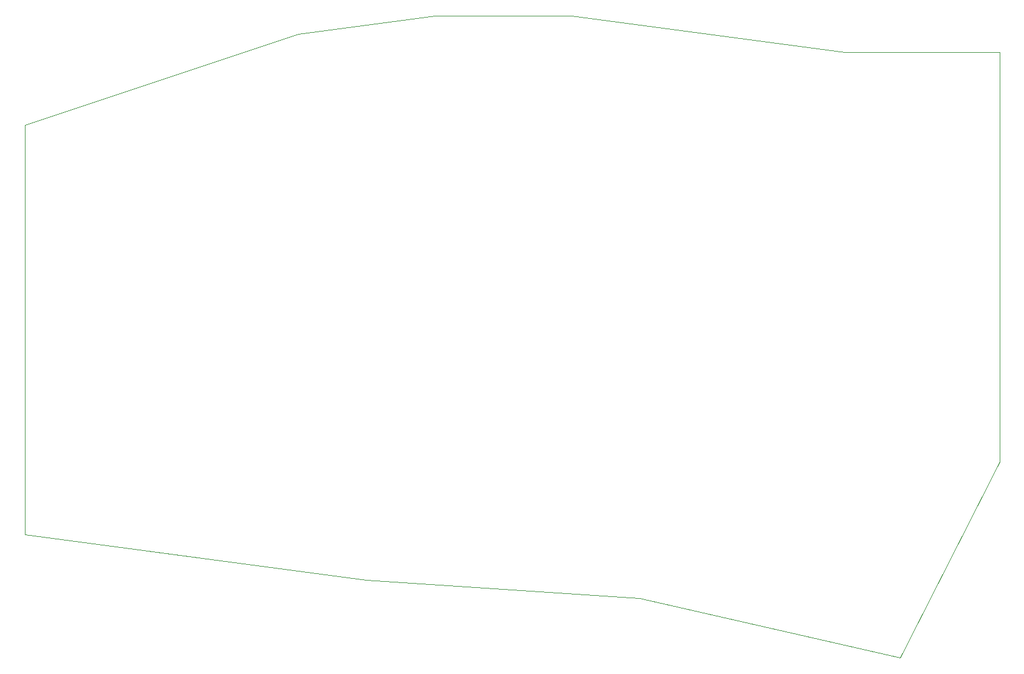
<source format=gm1>
G04 #@! TF.GenerationSoftware,KiCad,Pcbnew,5.1.9+dfsg1-1*
G04 #@! TF.CreationDate,2021-12-26T21:48:47+01:00*
G04 #@! TF.ProjectId,left,6c656674-2e6b-4696-9361-645f70636258,rev?*
G04 #@! TF.SameCoordinates,Original*
G04 #@! TF.FileFunction,Profile,NP*
%FSLAX46Y46*%
G04 Gerber Fmt 4.6, Leading zero omitted, Abs format (unit mm)*
G04 Created by KiCad (PCBNEW 5.1.9+dfsg1-1) date 2021-12-26 21:48:47*
%MOMM*%
%LPD*%
G01*
G04 APERTURE LIST*
G04 #@! TA.AperFunction,Profile*
%ADD10C,0.100000*%
G04 #@! TD*
G04 APERTURE END LIST*
D10*
X104775000Y-114300000D02*
X104775000Y-57150000D01*
X152400000Y-120650000D02*
X104775000Y-114300000D01*
X190500000Y-123190000D02*
X152400000Y-120650000D01*
X226822000Y-131445000D02*
X190500000Y-123190000D01*
X240665000Y-104140000D02*
X226822000Y-131445000D01*
X240665000Y-46990000D02*
X240665000Y-104140000D01*
X219075000Y-46990000D02*
X240665000Y-46990000D01*
X180975000Y-41910000D02*
X219075000Y-46990000D01*
X161925000Y-41910000D02*
X180975000Y-41910000D01*
X142875000Y-44450000D02*
X161925000Y-41910000D01*
X104775000Y-57150000D02*
X142875000Y-44450000D01*
M02*

</source>
